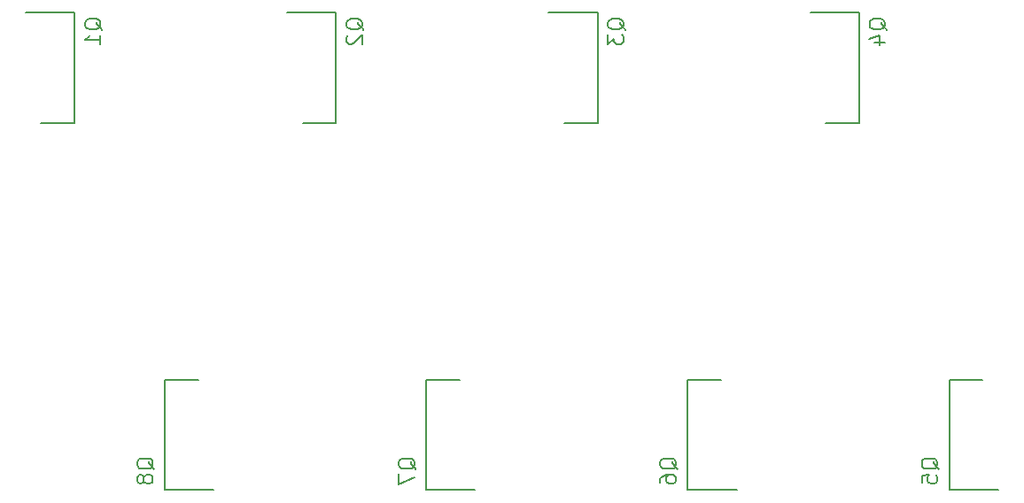
<source format=gbr>
G04 #@! TF.GenerationSoftware,KiCad,Pcbnew,(6.0.5)*
G04 #@! TF.CreationDate,2022-06-25T18:23:24-07:00*
G04 #@! TF.ProjectId,solid_state_relays_24v,736f6c69-645f-4737-9461-74655f72656c,0.0.6*
G04 #@! TF.SameCoordinates,Original*
G04 #@! TF.FileFunction,Legend,Bot*
G04 #@! TF.FilePolarity,Positive*
%FSLAX46Y46*%
G04 Gerber Fmt 4.6, Leading zero omitted, Abs format (unit mm)*
G04 Created by KiCad (PCBNEW (6.0.5)) date 2022-06-25 18:23:24*
%MOMM*%
%LPD*%
G01*
G04 APERTURE LIST*
%ADD10C,0.150000*%
%ADD11C,0.200000*%
G04 APERTURE END LIST*
D10*
G04 #@! TO.C,Q5*
X150821428Y-115857142D02*
X150750000Y-115714285D01*
X150607142Y-115571428D01*
X150392857Y-115357142D01*
X150321428Y-115214285D01*
X150321428Y-115071428D01*
X150678571Y-115142857D02*
X150607142Y-115000000D01*
X150464285Y-114857142D01*
X150178571Y-114785714D01*
X149678571Y-114785714D01*
X149392857Y-114857142D01*
X149250000Y-115000000D01*
X149178571Y-115142857D01*
X149178571Y-115428571D01*
X149250000Y-115571428D01*
X149392857Y-115714285D01*
X149678571Y-115785714D01*
X150178571Y-115785714D01*
X150464285Y-115714285D01*
X150607142Y-115571428D01*
X150678571Y-115428571D01*
X150678571Y-115142857D01*
X149178571Y-117142857D02*
X149178571Y-116428571D01*
X149892857Y-116357142D01*
X149821428Y-116428571D01*
X149750000Y-116571428D01*
X149750000Y-116928571D01*
X149821428Y-117071428D01*
X149892857Y-117142857D01*
X150035714Y-117214285D01*
X150392857Y-117214285D01*
X150535714Y-117142857D01*
X150607142Y-117071428D01*
X150678571Y-116928571D01*
X150678571Y-116571428D01*
X150607142Y-116428571D01*
X150535714Y-116357142D01*
G04 #@! TO.C,Q4*
X145821428Y-73857142D02*
X145750000Y-73714285D01*
X145607142Y-73571428D01*
X145392857Y-73357142D01*
X145321428Y-73214285D01*
X145321428Y-73071428D01*
X145678571Y-73142857D02*
X145607142Y-73000000D01*
X145464285Y-72857142D01*
X145178571Y-72785714D01*
X144678571Y-72785714D01*
X144392857Y-72857142D01*
X144250000Y-73000000D01*
X144178571Y-73142857D01*
X144178571Y-73428571D01*
X144250000Y-73571428D01*
X144392857Y-73714285D01*
X144678571Y-73785714D01*
X145178571Y-73785714D01*
X145464285Y-73714285D01*
X145607142Y-73571428D01*
X145678571Y-73428571D01*
X145678571Y-73142857D01*
X144678571Y-75071428D02*
X145678571Y-75071428D01*
X144107142Y-74714285D02*
X145178571Y-74357142D01*
X145178571Y-75285714D01*
G04 #@! TO.C,Q1*
X70821428Y-73857142D02*
X70750000Y-73714285D01*
X70607142Y-73571428D01*
X70392857Y-73357142D01*
X70321428Y-73214285D01*
X70321428Y-73071428D01*
X70678571Y-73142857D02*
X70607142Y-73000000D01*
X70464285Y-72857142D01*
X70178571Y-72785714D01*
X69678571Y-72785714D01*
X69392857Y-72857142D01*
X69250000Y-73000000D01*
X69178571Y-73142857D01*
X69178571Y-73428571D01*
X69250000Y-73571428D01*
X69392857Y-73714285D01*
X69678571Y-73785714D01*
X70178571Y-73785714D01*
X70464285Y-73714285D01*
X70607142Y-73571428D01*
X70678571Y-73428571D01*
X70678571Y-73142857D01*
X70678571Y-75214285D02*
X70678571Y-74357142D01*
X70678571Y-74785714D02*
X69178571Y-74785714D01*
X69392857Y-74642857D01*
X69535714Y-74500000D01*
X69607142Y-74357142D01*
G04 #@! TO.C,Q8*
X75821428Y-115857142D02*
X75750000Y-115714285D01*
X75607142Y-115571428D01*
X75392857Y-115357142D01*
X75321428Y-115214285D01*
X75321428Y-115071428D01*
X75678571Y-115142857D02*
X75607142Y-115000000D01*
X75464285Y-114857142D01*
X75178571Y-114785714D01*
X74678571Y-114785714D01*
X74392857Y-114857142D01*
X74250000Y-115000000D01*
X74178571Y-115142857D01*
X74178571Y-115428571D01*
X74250000Y-115571428D01*
X74392857Y-115714285D01*
X74678571Y-115785714D01*
X75178571Y-115785714D01*
X75464285Y-115714285D01*
X75607142Y-115571428D01*
X75678571Y-115428571D01*
X75678571Y-115142857D01*
X74821428Y-116642857D02*
X74750000Y-116500000D01*
X74678571Y-116428571D01*
X74535714Y-116357142D01*
X74464285Y-116357142D01*
X74321428Y-116428571D01*
X74250000Y-116500000D01*
X74178571Y-116642857D01*
X74178571Y-116928571D01*
X74250000Y-117071428D01*
X74321428Y-117142857D01*
X74464285Y-117214285D01*
X74535714Y-117214285D01*
X74678571Y-117142857D01*
X74750000Y-117071428D01*
X74821428Y-116928571D01*
X74821428Y-116642857D01*
X74892857Y-116500000D01*
X74964285Y-116428571D01*
X75107142Y-116357142D01*
X75392857Y-116357142D01*
X75535714Y-116428571D01*
X75607142Y-116500000D01*
X75678571Y-116642857D01*
X75678571Y-116928571D01*
X75607142Y-117071428D01*
X75535714Y-117142857D01*
X75392857Y-117214285D01*
X75107142Y-117214285D01*
X74964285Y-117142857D01*
X74892857Y-117071428D01*
X74821428Y-116928571D01*
G04 #@! TO.C,Q2*
X95821428Y-73857142D02*
X95750000Y-73714285D01*
X95607142Y-73571428D01*
X95392857Y-73357142D01*
X95321428Y-73214285D01*
X95321428Y-73071428D01*
X95678571Y-73142857D02*
X95607142Y-73000000D01*
X95464285Y-72857142D01*
X95178571Y-72785714D01*
X94678571Y-72785714D01*
X94392857Y-72857142D01*
X94250000Y-73000000D01*
X94178571Y-73142857D01*
X94178571Y-73428571D01*
X94250000Y-73571428D01*
X94392857Y-73714285D01*
X94678571Y-73785714D01*
X95178571Y-73785714D01*
X95464285Y-73714285D01*
X95607142Y-73571428D01*
X95678571Y-73428571D01*
X95678571Y-73142857D01*
X94321428Y-74357142D02*
X94250000Y-74428571D01*
X94178571Y-74571428D01*
X94178571Y-74928571D01*
X94250000Y-75071428D01*
X94321428Y-75142857D01*
X94464285Y-75214285D01*
X94607142Y-75214285D01*
X94821428Y-75142857D01*
X95678571Y-74285714D01*
X95678571Y-75214285D01*
G04 #@! TO.C,Q3*
X120821428Y-73857142D02*
X120750000Y-73714285D01*
X120607142Y-73571428D01*
X120392857Y-73357142D01*
X120321428Y-73214285D01*
X120321428Y-73071428D01*
X120678571Y-73142857D02*
X120607142Y-73000000D01*
X120464285Y-72857142D01*
X120178571Y-72785714D01*
X119678571Y-72785714D01*
X119392857Y-72857142D01*
X119250000Y-73000000D01*
X119178571Y-73142857D01*
X119178571Y-73428571D01*
X119250000Y-73571428D01*
X119392857Y-73714285D01*
X119678571Y-73785714D01*
X120178571Y-73785714D01*
X120464285Y-73714285D01*
X120607142Y-73571428D01*
X120678571Y-73428571D01*
X120678571Y-73142857D01*
X119178571Y-74285714D02*
X119178571Y-75214285D01*
X119750000Y-74714285D01*
X119750000Y-74928571D01*
X119821428Y-75071428D01*
X119892857Y-75142857D01*
X120035714Y-75214285D01*
X120392857Y-75214285D01*
X120535714Y-75142857D01*
X120607142Y-75071428D01*
X120678571Y-74928571D01*
X120678571Y-74500000D01*
X120607142Y-74357142D01*
X120535714Y-74285714D01*
G04 #@! TO.C,Q6*
X125821428Y-115857142D02*
X125750000Y-115714285D01*
X125607142Y-115571428D01*
X125392857Y-115357142D01*
X125321428Y-115214285D01*
X125321428Y-115071428D01*
X125678571Y-115142857D02*
X125607142Y-115000000D01*
X125464285Y-114857142D01*
X125178571Y-114785714D01*
X124678571Y-114785714D01*
X124392857Y-114857142D01*
X124250000Y-115000000D01*
X124178571Y-115142857D01*
X124178571Y-115428571D01*
X124250000Y-115571428D01*
X124392857Y-115714285D01*
X124678571Y-115785714D01*
X125178571Y-115785714D01*
X125464285Y-115714285D01*
X125607142Y-115571428D01*
X125678571Y-115428571D01*
X125678571Y-115142857D01*
X124178571Y-117071428D02*
X124178571Y-116785714D01*
X124250000Y-116642857D01*
X124321428Y-116571428D01*
X124535714Y-116428571D01*
X124821428Y-116357142D01*
X125392857Y-116357142D01*
X125535714Y-116428571D01*
X125607142Y-116500000D01*
X125678571Y-116642857D01*
X125678571Y-116928571D01*
X125607142Y-117071428D01*
X125535714Y-117142857D01*
X125392857Y-117214285D01*
X125035714Y-117214285D01*
X124892857Y-117142857D01*
X124821428Y-117071428D01*
X124750000Y-116928571D01*
X124750000Y-116642857D01*
X124821428Y-116500000D01*
X124892857Y-116428571D01*
X125035714Y-116357142D01*
G04 #@! TO.C,Q7*
X100821428Y-115857142D02*
X100750000Y-115714285D01*
X100607142Y-115571428D01*
X100392857Y-115357142D01*
X100321428Y-115214285D01*
X100321428Y-115071428D01*
X100678571Y-115142857D02*
X100607142Y-115000000D01*
X100464285Y-114857142D01*
X100178571Y-114785714D01*
X99678571Y-114785714D01*
X99392857Y-114857142D01*
X99250000Y-115000000D01*
X99178571Y-115142857D01*
X99178571Y-115428571D01*
X99250000Y-115571428D01*
X99392857Y-115714285D01*
X99678571Y-115785714D01*
X100178571Y-115785714D01*
X100464285Y-115714285D01*
X100607142Y-115571428D01*
X100678571Y-115428571D01*
X100678571Y-115142857D01*
X99178571Y-116285714D02*
X99178571Y-117285714D01*
X100678571Y-116642857D01*
D11*
G04 #@! TO.C,Q5*
X151805000Y-107270000D02*
X155000000Y-107270000D01*
X151805000Y-117810000D02*
X151805000Y-107270000D01*
X156495000Y-117810000D02*
X151805000Y-117810000D01*
G04 #@! TO.C,Q4*
X138505000Y-72190000D02*
X143195000Y-72190000D01*
X143195000Y-82730000D02*
X140000000Y-82730000D01*
X143195000Y-72190000D02*
X143195000Y-82730000D01*
G04 #@! TO.C,Q1*
X68195000Y-72190000D02*
X68195000Y-82730000D01*
X63505000Y-72190000D02*
X68195000Y-72190000D01*
X68195000Y-82730000D02*
X65000000Y-82730000D01*
G04 #@! TO.C,Q8*
X76805000Y-107270000D02*
X80000000Y-107270000D01*
X76805000Y-117810000D02*
X76805000Y-107270000D01*
X81495000Y-117810000D02*
X76805000Y-117810000D01*
G04 #@! TO.C,Q2*
X88505000Y-72190000D02*
X93195000Y-72190000D01*
X93195000Y-72190000D02*
X93195000Y-82730000D01*
X93195000Y-82730000D02*
X90000000Y-82730000D01*
G04 #@! TO.C,Q3*
X118195000Y-72190000D02*
X118195000Y-82730000D01*
X118195000Y-82730000D02*
X115000000Y-82730000D01*
X113505000Y-72190000D02*
X118195000Y-72190000D01*
G04 #@! TO.C,Q6*
X126805000Y-107270000D02*
X130000000Y-107270000D01*
X131495000Y-117810000D02*
X126805000Y-117810000D01*
X126805000Y-117810000D02*
X126805000Y-107270000D01*
G04 #@! TO.C,Q7*
X106495000Y-117810000D02*
X101805000Y-117810000D01*
X101805000Y-117810000D02*
X101805000Y-107270000D01*
X101805000Y-107270000D02*
X105000000Y-107270000D01*
G04 #@! TD*
M02*

</source>
